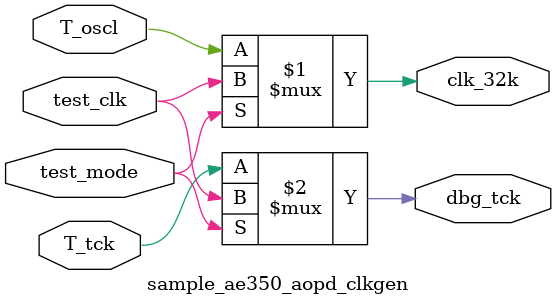
<source format=v>


module sample_ae350_aopd_clkgen (
input		test_mode,
input		test_clk,

output		clk_32k,
input		T_oscl,

output		dbg_tck,
input		T_tck
);

assign	clk_32k	= test_mode ? test_clk : T_oscl;
assign	dbg_tck	= test_mode ? test_clk : T_tck;

endmodule

</source>
